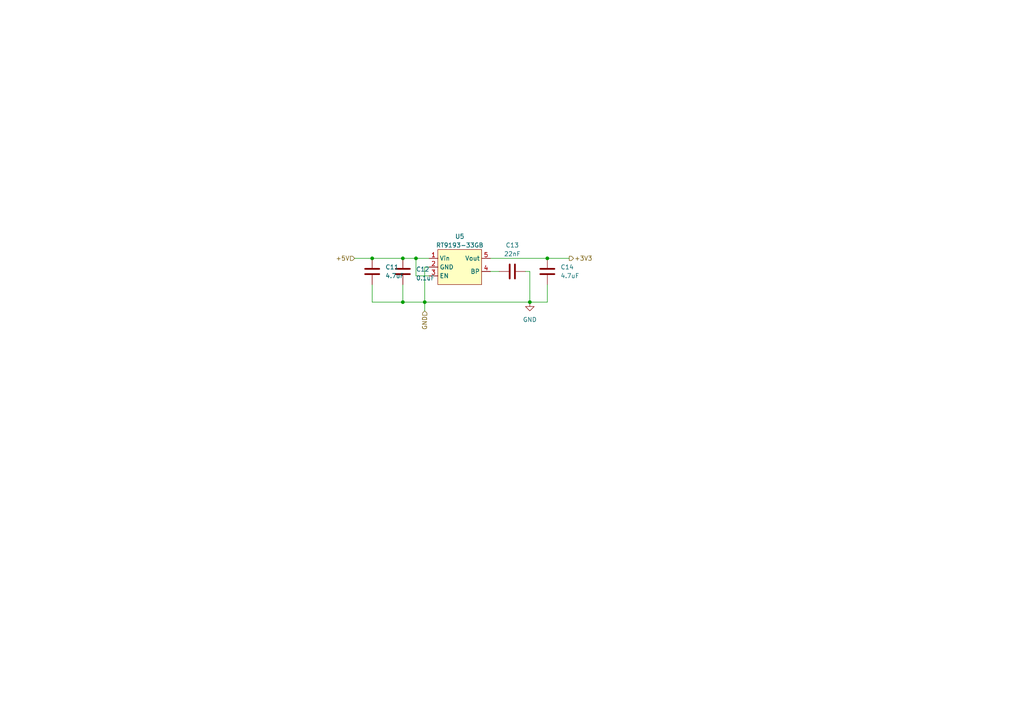
<source format=kicad_sch>
(kicad_sch (version 20231120) (generator "eeschema") (generator_version "8.0")
  (paper "A4")
  (lib_symbols
    (symbol "Device:C" (pin_numbers hide) (pin_names (offset 0.254))
      (property "Reference" "C" (at 0.635 2.54 0))
      (property "Value" "C" (at 0.635 -2.54 0))
      (symbol "C_0_1"
        (polyline (pts (xy -2.032 -0.762) (xy 2.032 -0.762)) (stroke (width 0.508)))
        (polyline (pts (xy -2.032 0.762) (xy 2.032 0.762)) (stroke (width 0.508)))
      )
      (symbol "C_1_1"
        (pin passive line (at 0 3.81 270) (length 2.794) (name "~") (number "1"))
        (pin passive line (at 0 -3.81 90) (length 2.794) (name "~") (number "2"))
      )
    )
    (symbol "PCM_4ms_Power-symbol:GND" (power) (pin_names (offset 0))
      (property "Value" "GND" (at 0 -3.81 0))
      (symbol "GND_0_1"
        (polyline (pts (xy 0 0) (xy 0 -1.27) (xy 1.27 -1.27) (xy 0 -2.54) (xy -1.27 -1.27) (xy 0 -1.27)))
      )
      (symbol "GND_1_1"
        (pin power_in line (at 0 0 270) (length 0) hide (name "GND") (number "1"))
      )
    )
    (symbol "my_chips:RT9193-33GB"
      (property "Reference" "U" (at 0 0 0))
      (property "Value" "RT9193-33GB" (at 0 6.35 0))
      (symbol "RT9193-33GB_0_1"
        (rectangle (start -6.35 5.08) (end 6.35 -5.08) (fill (type background)))
      )
      (symbol "RT9193-33GB_1_1"
        (pin power_in line (at -8.89 2.54 0) (length 2.54) (name "Vin") (number "1"))
        (pin passive line (at -8.89 0 0) (length 2.54) (name "GND") (number "2"))
        (pin passive line (at -8.89 -2.54 0) (length 2.54) (name "EN") (number "3"))
        (pin passive line (at 8.89 -1.27 180) (length 2.54) (name "BP") (number "4"))
        (pin power_out line (at 8.89 2.54 180) (length 2.54) (name "Vout") (number "5"))
      )
    )
  )
  (junction (at 107.95 74.93))
  (junction (at 116.84 87.63))
  (junction (at 153.67 87.63))
  (junction (at 120.65 74.93))
  (junction (at 158.75 74.93))
  (junction (at 123.19 87.63))
  (junction (at 116.84 74.93))
  (wire (pts (xy 124.46 80.01) (xy 120.65 80.01)))
  (wire (pts (xy 142.24 78.74) (xy 144.78 78.74)))
  (wire (pts (xy 123.19 77.47) (xy 123.19 87.63)))
  (wire (pts (xy 116.84 87.63) (xy 123.19 87.63)))
  (wire (pts (xy 116.84 82.55) (xy 116.84 87.63)))
  (wire (pts (xy 123.19 87.63) (xy 123.19 90.17)))
  (wire (pts (xy 107.95 87.63) (xy 116.84 87.63)))
  (wire (pts (xy 120.65 80.01) (xy 120.65 74.93)))
  (wire (pts (xy 152.4 78.74) (xy 153.67 78.74)))
  (wire (pts (xy 116.84 74.93) (xy 120.65 74.93)))
  (wire (pts (xy 124.46 77.47) (xy 123.19 77.47)))
  (wire (pts (xy 102.87 74.93) (xy 107.95 74.93)))
  (wire (pts (xy 165.1 74.93) (xy 158.75 74.93)))
  (wire (pts (xy 153.67 87.63) (xy 123.19 87.63)))
  (wire (pts (xy 158.75 87.63) (xy 153.67 87.63)))
  (wire (pts (xy 142.24 74.93) (xy 158.75 74.93)))
  (wire (pts (xy 107.95 82.55) (xy 107.95 87.63)))
  (wire (pts (xy 153.67 78.74) (xy 153.67 87.63)))
  (wire (pts (xy 107.95 74.93) (xy 116.84 74.93)))
  (wire (pts (xy 158.75 82.55) (xy 158.75 87.63)))
  (wire (pts (xy 120.65 74.93) (xy 124.46 74.93)))
  (hierarchical_label "GND" (shape input) (at 123.19 90.17 270))
  (hierarchical_label "+5V" (shape input) (at 102.87 74.93 180))
  (hierarchical_label "+3V3" (shape output) (at 165.1 74.93 0))
  (symbol (lib_id "Device:C") (at 116.84 78.74 0) (unit 1)
    (property "Reference" "C12" (at 120.65 78.105 0) (effects (justify left)))
    (property "Value" "0.1uF" (at 120.65 80.645 0) (effects (justify left)))
    (property "Footprint" "Capacitor_SMD:C_0402_1005Metric" (effects (hide yes)))
    (instances (project "stm32g031g8u6 点阵 LED" (path "" (reference "C12") (unit 1))) (project "TM1688 点阵LED" (path "" (reference "C12") (unit 1))) (project "nes_shell" (path "" (reference "C97") (unit 1))) (project "AIR32F103CCT6 小号开发板" (path "" (reference "C?") (unit 1))) (project "ips-160x80-0.96-插拔模块" (path "" (reference "C?") (unit 1))) (project "ips_clock" (path "" (reference "C?") (unit 1))) (project "rt9193-33GB" (path "" (reference "C?") (unit 1))) (project "stm32g031g8u6_tinyboard" (path "" (reference "C7") (unit 1))) (project "stm32g031g8u6_oled_board" (path "" (reference "C6") (unit 1)) (path "" (reference "C2") (unit 1))) (project "yxd12864驱动开发板" (path "" (reference "C4") (unit 1))) (project "PMOD OLED 0.96 竖屏" (path "" (reference "C12") (unit 1))) (project "CH549 开发板" (path "" (reference "C12") (unit 1))) (project "stm32g031g8u6_miniboard" (path "" (reference "C6") (unit 1))))
  )
  (symbol (lib_id "Device:C") (at 148.59 78.74 90) (unit 1)
    (property "Reference" "C13" (at 148.59 71.12 90))
    (property "Value" "22nF" (at 148.59 73.66 90))
    (property "Footprint" "Capacitor_SMD:C_0402_1005Metric" (effects (hide yes)))
    (instances (project "stm32g031g8u6 点阵 LED" (path "" (reference "C13") (unit 1))) (project "TM1688 点阵LED" (path "" (reference "C13") (unit 1))) (project "nes_shell" (path "" (reference "C98") (unit 1))) (project "AIR32F103CCT6 小号开发板" (path "" (reference "C?") (unit 1))) (project "ips-160x80-0.96-插拔模块" (path "" (reference "C?") (unit 1))) (project "ips_clock" (path "" (reference "C?") (unit 1))) (project "rt9193-33GB" (path "" (reference "C?") (unit 1))) (project "stm32g031g8u6_tinyboard" (path "" (reference "C8") (unit 1))) (project "stm32g031g8u6_oled_board" (path "" (reference "C7") (unit 1)) (path "" (reference "C3") (unit 1))) (project "yxd12864驱动开发板" (path "" (reference "C5") (unit 1))) (project "PMOD OLED 0.96 竖屏" (path "" (reference "C9") (unit 1))) (project "CH549 开发板" (path "" (reference "C13") (unit 1))) (project "stm32g031g8u6_miniboard" (path "" (reference "C7") (unit 1))))
  )
  (symbol (lib_id "Device:C") (at 158.75 78.74 180) (unit 1)
    (property "Reference" "C14" (at 162.56 77.4699 0) (effects (justify right)))
    (property "Value" "4.7uF" (at 162.56 80.0099 0) (effects (justify right)))
    (property "Footprint" "Capacitor_SMD:C_0402_1005Metric" (effects (hide yes)))
    (instances (project "stm32g031g8u6 点阵 LED" (path "" (reference "C14") (unit 1))) (project "TM1688 点阵LED" (path "" (reference "C14") (unit 1))) (project "nes_shell" (path "" (reference "C99") (unit 1))) (project "AIR32F103CCT6 小号开发板" (path "" (reference "C?") (unit 1))) (project "ips-160x80-0.96-插拔模块" (path "" (reference "C?") (unit 1))) (project "ips_clock" (path "" (reference "C?") (unit 1))) (project "rt9193-33GB" (path "" (reference "C?") (unit 1))) (project "stm32g031g8u6_tinyboard" (path "" (reference "C9") (unit 1))) (project "stm32g031g8u6_oled_board" (path "" (reference "C8") (unit 1)) (path "" (reference "C4") (unit 1))) (project "yxd12864驱动开发板" (path "" (reference "C6") (unit 1))) (project "PMOD OLED 0.96 竖屏" (path "" (reference "C10") (unit 1))) (project "CH549 开发板" (path "" (reference "C14") (unit 1))) (project "stm32g031g8u6_miniboard" (path "" (reference "C8") (unit 1))))
  )
  (symbol (lib_id "PCM_4ms_Power-symbol:GND") (at 153.67 87.63 0) (unit 1)
    (property "Reference" "#PWR014" (effects (hide yes)))
    (property "Value" "GND" (at 153.67 92.71 0))
    (instances (project "stm32g031g8u6 点阵 LED" (path "" (reference "#PWR014") (unit 1))) (project "nes_shell" (path "" (reference "#PWR0134") (unit 1))) (project "stm32g031g8u6_tinyboard" (path "" (reference "#PWR032") (unit 1))) (project "yxd12864驱动开发板" (path "" (reference "#PWR019") (unit 1))) (project "CH549 开发板" (path "" (reference "#PWR014") (unit 1))))
  )
  (symbol (lib_id "my_chips:RT9193-33GB") (at 133.35 77.47 0) (unit 1)
    (property "Reference" "U5" (at 133.35 68.58 0))
    (property "Value" "RT9193-33GB" (at 133.35 71.12 0))
    (property "Footprint" "Package_TO_SOT_SMD:SOT-23-5" (effects (hide yes)))
    (instances (project "stm32g031g8u6 点阵 LED" (path "" (reference "U5") (unit 1))) (project "TM1688 点阵LED" (path "" (reference "U5") (unit 1))) (project "nes_shell" (path "" (reference "U19") (unit 1))) (project "AIR32F103CCT6 小号开发板" (path "" (reference "U?") (unit 1))) (project "ips-160x80-0.96-插拔模块" (path "" (reference "U?") (unit 1))) (project "ips_clock" (path "" (reference "U?") (unit 1))) (project "stm32g031g8u6_tinyboard" (path "" (reference "U4") (unit 1))) (project "stm32g031g8u6_oled_board" (path "" (reference "U3") (unit 1)) (path "" (reference "U2") (unit 1))) (project "yxd12864驱动开发板" (path "" (reference "U3") (unit 1))) (project "PMOD OLED 0.96 竖屏" (path "" (reference "U2") (unit 1))) (project "CH549 开发板" (path "" (reference "U5") (unit 1))) (project "stm32g031g8u6_miniboard" (path "" (reference "U4") (unit 1))))
  )
  (symbol (lib_id "Device:C") (at 107.95 78.74 0) (unit 1)
    (property "Reference" "C11" (at 111.76 77.4699 0) (effects (justify left)))
    (property "Value" "4.7uF" (at 111.76 80.0099 0) (effects (justify left)))
    (property "Footprint" "Capacitor_SMD:C_0402_1005Metric" (effects (hide yes)))
    (instances (project "stm32g031g8u6 点阵 LED" (path "" (reference "C11") (unit 1))) (project "TM1688 点阵LED" (path "" (reference "C11") (unit 1))) (project "nes_shell" (path "" (reference "C96") (unit 1))) (project "AIR32F103CCT6 小号开发板" (path "" (reference "C?") (unit 1))) (project "ips-160x80-0.96-插拔模块" (path "" (reference "C?") (unit 1))) (project "ips_clock" (path "" (reference "C?") (unit 1))) (project "rt9193-33GB" (path "" (reference "C?") (unit 1))) (project "stm32g031g8u6_tinyboard" (path "" (reference "C6") (unit 1))) (project "stm32g031g8u6_oled_board" (path "" (reference "C5") (unit 1)) (path "" (reference "C1") (unit 1))) (project "yxd12864驱动开发板" (path "" (reference "C3") (unit 1))) (project "PMOD OLED 0.96 竖屏" (path "" (reference "C11") (unit 1))) (project "CH549 开发板" (path "" (reference "C11") (unit 1))) (project "stm32g031g8u6_miniboard" (path "" (reference "C5") (unit 1))))
  )
)
</source>
